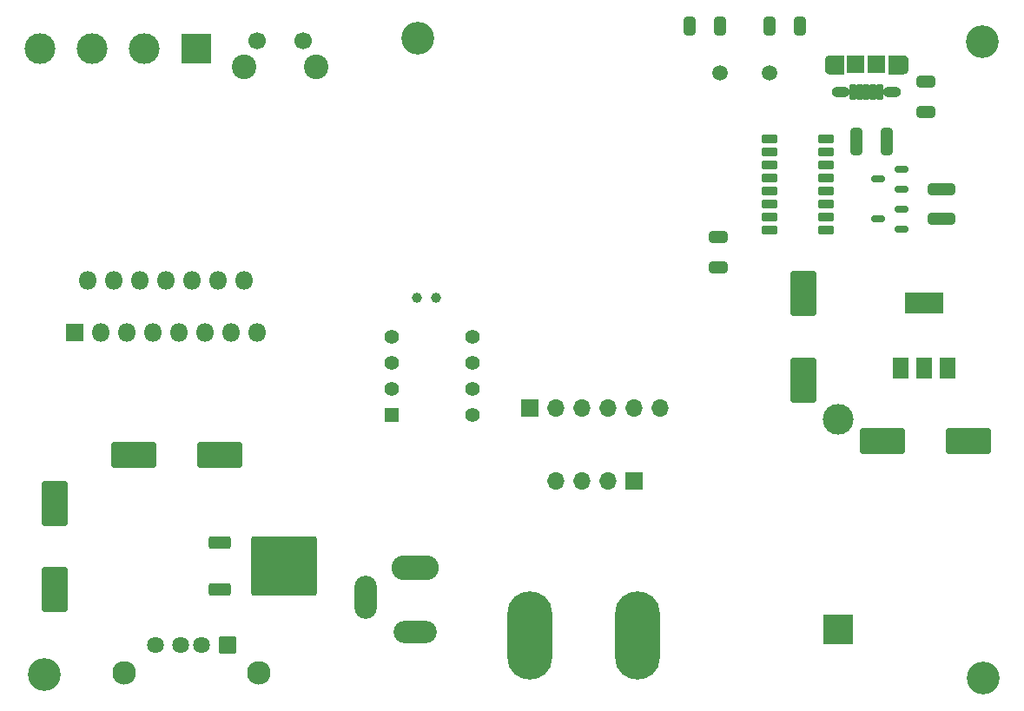
<source format=gbr>
%TF.GenerationSoftware,KiCad,Pcbnew,7.0.7*%
%TF.CreationDate,2023-11-07T23:05:13-03:00*%
%TF.ProjectId,robot seg,726f626f-7420-4736-9567-2e6b69636164,rev?*%
%TF.SameCoordinates,Original*%
%TF.FileFunction,Soldermask,Bot*%
%TF.FilePolarity,Negative*%
%FSLAX46Y46*%
G04 Gerber Fmt 4.6, Leading zero omitted, Abs format (unit mm)*
G04 Created by KiCad (PCBNEW 7.0.7) date 2023-11-07 23:05:13*
%MOMM*%
%LPD*%
G01*
G04 APERTURE LIST*
G04 Aperture macros list*
%AMRoundRect*
0 Rectangle with rounded corners*
0 $1 Rounding radius*
0 $2 $3 $4 $5 $6 $7 $8 $9 X,Y pos of 4 corners*
0 Add a 4 corners polygon primitive as box body*
4,1,4,$2,$3,$4,$5,$6,$7,$8,$9,$2,$3,0*
0 Add four circle primitives for the rounded corners*
1,1,$1+$1,$2,$3*
1,1,$1+$1,$4,$5*
1,1,$1+$1,$6,$7*
1,1,$1+$1,$8,$9*
0 Add four rect primitives between the rounded corners*
20,1,$1+$1,$2,$3,$4,$5,0*
20,1,$1+$1,$4,$5,$6,$7,0*
20,1,$1+$1,$6,$7,$8,$9,0*
20,1,$1+$1,$8,$9,$2,$3,0*%
G04 Aperture macros list end*
%ADD10C,0.010000*%
%ADD11R,1.700000X1.700000*%
%ADD12O,1.700000X1.700000*%
%ADD13R,3.000000X3.000000*%
%ADD14C,3.000000*%
%ADD15C,3.200000*%
%ADD16C,1.500000*%
%ADD17R,1.800000X1.800000*%
%ADD18O,1.800000X1.800000*%
%ADD19C,2.400000*%
%ADD20C,1.700000*%
%ADD21RoundRect,0.151600X-0.605400X-0.260400X0.605400X-0.260400X0.605400X0.260400X-0.605400X0.260400X0*%
%ADD22RoundRect,0.102000X-0.200000X-0.675000X0.200000X-0.675000X0.200000X0.675000X-0.200000X0.675000X0*%
%ADD23O,1.804000X1.004000*%
%ADD24O,0.954000X1.704000*%
%ADD25RoundRect,0.102000X-0.750000X-0.775000X0.750000X-0.775000X0.750000X0.775000X-0.750000X0.775000X0*%
%ADD26RoundRect,0.250000X1.950000X1.000000X-1.950000X1.000000X-1.950000X-1.000000X1.950000X-1.000000X0*%
%ADD27O,4.604000X2.404000*%
%ADD28O,4.204000X2.204000*%
%ADD29O,2.204000X4.204000*%
%ADD30RoundRect,0.250000X1.000000X-1.950000X1.000000X1.950000X-1.000000X1.950000X-1.000000X-1.950000X0*%
%ADD31RoundRect,0.250000X-0.650000X0.325000X-0.650000X-0.325000X0.650000X-0.325000X0.650000X0.325000X0*%
%ADD32RoundRect,0.150000X0.512500X0.150000X-0.512500X0.150000X-0.512500X-0.150000X0.512500X-0.150000X0*%
%ADD33RoundRect,0.250000X-0.850000X-0.350000X0.850000X-0.350000X0.850000X0.350000X-0.850000X0.350000X0*%
%ADD34RoundRect,0.249997X-2.950003X-2.650003X2.950003X-2.650003X2.950003X2.650003X-2.950003X2.650003X0*%
%ADD35RoundRect,0.102000X-0.605000X-0.605000X0.605000X-0.605000X0.605000X0.605000X-0.605000X0.605000X0*%
%ADD36C,1.414000*%
%ADD37R,1.500000X2.000000*%
%ADD38R,3.800000X2.000000*%
%ADD39RoundRect,0.250000X-0.325000X-0.650000X0.325000X-0.650000X0.325000X0.650000X-0.325000X0.650000X0*%
%ADD40C,2.300000*%
%ADD41RoundRect,0.102000X0.714000X0.714000X-0.714000X0.714000X-0.714000X-0.714000X0.714000X-0.714000X0*%
%ADD42C,1.632000*%
%ADD43RoundRect,0.250000X0.325000X0.650000X-0.325000X0.650000X-0.325000X-0.650000X0.325000X-0.650000X0*%
%ADD44RoundRect,0.250000X-1.000000X1.950000X-1.000000X-1.950000X1.000000X-1.950000X1.000000X1.950000X0*%
%ADD45RoundRect,0.250000X-1.075000X0.312500X-1.075000X-0.312500X1.075000X-0.312500X1.075000X0.312500X0*%
%ADD46O,4.404000X8.604000*%
%ADD47C,1.000000*%
%ADD48RoundRect,0.250000X0.312500X1.075000X-0.312500X1.075000X-0.312500X-1.075000X0.312500X-1.075000X0*%
G04 APERTURE END LIST*
%TO.C,J1*%
D10*
X189660800Y-62132200D02*
X188315800Y-62132200D01*
X188289800Y-62131200D01*
X188263800Y-62129200D01*
X188237800Y-62126200D01*
X188211800Y-62121200D01*
X188186800Y-62115200D01*
X188160800Y-62108200D01*
X188136800Y-62099200D01*
X188112800Y-62089200D01*
X188088800Y-62078200D01*
X188065800Y-62065200D01*
X188043800Y-62051200D01*
X188021800Y-62037200D01*
X188000800Y-62021200D01*
X187980800Y-62004200D01*
X187961800Y-61986200D01*
X187943800Y-61967200D01*
X187926800Y-61947200D01*
X187910800Y-61926200D01*
X187896800Y-61904200D01*
X187882800Y-61882200D01*
X187869800Y-61859200D01*
X187858800Y-61835200D01*
X187848800Y-61811200D01*
X187839800Y-61787200D01*
X187832800Y-61761200D01*
X187826800Y-61736200D01*
X187821800Y-61710200D01*
X187818800Y-61684200D01*
X187816800Y-61658200D01*
X187815800Y-61632200D01*
X187815800Y-60882200D01*
X187816800Y-60856200D01*
X187818800Y-60830200D01*
X187821800Y-60804200D01*
X187826800Y-60778200D01*
X187832800Y-60753200D01*
X187839800Y-60727200D01*
X187848800Y-60703200D01*
X187858800Y-60679200D01*
X187869800Y-60655200D01*
X187882800Y-60632200D01*
X187896800Y-60610200D01*
X187910800Y-60588200D01*
X187926800Y-60567200D01*
X187943800Y-60547200D01*
X187961800Y-60528200D01*
X187980800Y-60510200D01*
X188000800Y-60493200D01*
X188021800Y-60477200D01*
X188043800Y-60463200D01*
X188065800Y-60449200D01*
X188088800Y-60436200D01*
X188112800Y-60425200D01*
X188136800Y-60415200D01*
X188160800Y-60406200D01*
X188186800Y-60399200D01*
X188211800Y-60393200D01*
X188237800Y-60388200D01*
X188263800Y-60385200D01*
X188289800Y-60383200D01*
X188315800Y-60382200D01*
X189660800Y-60382200D01*
X189660800Y-62132200D01*
G36*
X189660800Y-62132200D02*
G01*
X188315800Y-62132200D01*
X188289800Y-62131200D01*
X188263800Y-62129200D01*
X188237800Y-62126200D01*
X188211800Y-62121200D01*
X188186800Y-62115200D01*
X188160800Y-62108200D01*
X188136800Y-62099200D01*
X188112800Y-62089200D01*
X188088800Y-62078200D01*
X188065800Y-62065200D01*
X188043800Y-62051200D01*
X188021800Y-62037200D01*
X188000800Y-62021200D01*
X187980800Y-62004200D01*
X187961800Y-61986200D01*
X187943800Y-61967200D01*
X187926800Y-61947200D01*
X187910800Y-61926200D01*
X187896800Y-61904200D01*
X187882800Y-61882200D01*
X187869800Y-61859200D01*
X187858800Y-61835200D01*
X187848800Y-61811200D01*
X187839800Y-61787200D01*
X187832800Y-61761200D01*
X187826800Y-61736200D01*
X187821800Y-61710200D01*
X187818800Y-61684200D01*
X187816800Y-61658200D01*
X187815800Y-61632200D01*
X187815800Y-60882200D01*
X187816800Y-60856200D01*
X187818800Y-60830200D01*
X187821800Y-60804200D01*
X187826800Y-60778200D01*
X187832800Y-60753200D01*
X187839800Y-60727200D01*
X187848800Y-60703200D01*
X187858800Y-60679200D01*
X187869800Y-60655200D01*
X187882800Y-60632200D01*
X187896800Y-60610200D01*
X187910800Y-60588200D01*
X187926800Y-60567200D01*
X187943800Y-60547200D01*
X187961800Y-60528200D01*
X187980800Y-60510200D01*
X188000800Y-60493200D01*
X188021800Y-60477200D01*
X188043800Y-60463200D01*
X188065800Y-60449200D01*
X188088800Y-60436200D01*
X188112800Y-60425200D01*
X188136800Y-60415200D01*
X188160800Y-60406200D01*
X188186800Y-60399200D01*
X188211800Y-60393200D01*
X188237800Y-60388200D01*
X188263800Y-60385200D01*
X188289800Y-60383200D01*
X188315800Y-60382200D01*
X189660800Y-60382200D01*
X189660800Y-62132200D01*
G37*
X195431800Y-60383200D02*
X195457800Y-60385200D01*
X195483800Y-60388200D01*
X195509800Y-60393200D01*
X195534800Y-60399200D01*
X195560800Y-60406200D01*
X195584800Y-60415200D01*
X195608800Y-60425200D01*
X195632800Y-60436200D01*
X195655800Y-60449200D01*
X195677800Y-60463200D01*
X195699800Y-60477200D01*
X195720800Y-60493200D01*
X195740800Y-60510200D01*
X195759800Y-60528200D01*
X195777800Y-60547200D01*
X195794800Y-60567200D01*
X195810800Y-60588200D01*
X195824800Y-60610200D01*
X195838800Y-60632200D01*
X195851800Y-60655200D01*
X195862800Y-60679200D01*
X195872800Y-60703200D01*
X195881800Y-60727200D01*
X195888800Y-60753200D01*
X195894800Y-60778200D01*
X195899800Y-60804200D01*
X195902800Y-60830200D01*
X195904800Y-60856200D01*
X195905800Y-60882200D01*
X195905800Y-61632200D01*
X195904800Y-61658200D01*
X195902800Y-61684200D01*
X195899800Y-61710200D01*
X195894800Y-61736200D01*
X195888800Y-61761200D01*
X195881800Y-61787200D01*
X195872800Y-61811200D01*
X195862800Y-61835200D01*
X195851800Y-61859200D01*
X195838800Y-61882200D01*
X195824800Y-61904200D01*
X195810800Y-61926200D01*
X195794800Y-61947200D01*
X195777800Y-61967200D01*
X195759800Y-61986200D01*
X195740800Y-62004200D01*
X195720800Y-62021200D01*
X195699800Y-62037200D01*
X195677800Y-62051200D01*
X195655800Y-62065200D01*
X195632800Y-62078200D01*
X195608800Y-62089200D01*
X195584800Y-62099200D01*
X195560800Y-62108200D01*
X195534800Y-62115200D01*
X195509800Y-62121200D01*
X195483800Y-62126200D01*
X195457800Y-62129200D01*
X195431800Y-62131200D01*
X195405800Y-62132200D01*
X194060800Y-62132200D01*
X194060800Y-60382200D01*
X195405800Y-60382200D01*
X195431800Y-60383200D01*
G36*
X195431800Y-60383200D02*
G01*
X195457800Y-60385200D01*
X195483800Y-60388200D01*
X195509800Y-60393200D01*
X195534800Y-60399200D01*
X195560800Y-60406200D01*
X195584800Y-60415200D01*
X195608800Y-60425200D01*
X195632800Y-60436200D01*
X195655800Y-60449200D01*
X195677800Y-60463200D01*
X195699800Y-60477200D01*
X195720800Y-60493200D01*
X195740800Y-60510200D01*
X195759800Y-60528200D01*
X195777800Y-60547200D01*
X195794800Y-60567200D01*
X195810800Y-60588200D01*
X195824800Y-60610200D01*
X195838800Y-60632200D01*
X195851800Y-60655200D01*
X195862800Y-60679200D01*
X195872800Y-60703200D01*
X195881800Y-60727200D01*
X195888800Y-60753200D01*
X195894800Y-60778200D01*
X195899800Y-60804200D01*
X195902800Y-60830200D01*
X195904800Y-60856200D01*
X195905800Y-60882200D01*
X195905800Y-61632200D01*
X195904800Y-61658200D01*
X195902800Y-61684200D01*
X195899800Y-61710200D01*
X195894800Y-61736200D01*
X195888800Y-61761200D01*
X195881800Y-61787200D01*
X195872800Y-61811200D01*
X195862800Y-61835200D01*
X195851800Y-61859200D01*
X195838800Y-61882200D01*
X195824800Y-61904200D01*
X195810800Y-61926200D01*
X195794800Y-61947200D01*
X195777800Y-61967200D01*
X195759800Y-61986200D01*
X195740800Y-62004200D01*
X195720800Y-62021200D01*
X195699800Y-62037200D01*
X195677800Y-62051200D01*
X195655800Y-62065200D01*
X195632800Y-62078200D01*
X195608800Y-62089200D01*
X195584800Y-62099200D01*
X195560800Y-62108200D01*
X195534800Y-62115200D01*
X195509800Y-62121200D01*
X195483800Y-62126200D01*
X195457800Y-62129200D01*
X195431800Y-62131200D01*
X195405800Y-62132200D01*
X194060800Y-62132200D01*
X194060800Y-60382200D01*
X195405800Y-60382200D01*
X195431800Y-60383200D01*
G37*
%TD*%
D11*
%TO.C,J4*%
X159080200Y-94742000D03*
D12*
X161620200Y-94742000D03*
X164160200Y-94742000D03*
X166700200Y-94742000D03*
X169240200Y-94742000D03*
X171780200Y-94742000D03*
%TD*%
D13*
%TO.C,BT1*%
X189128400Y-116318001D03*
D14*
X189128400Y-95828001D03*
%TD*%
D15*
%TO.C,H3*%
X203200000Y-59029600D03*
%TD*%
%TO.C,H4*%
X203301600Y-121056400D03*
%TD*%
D16*
%TO.C,Y1*%
X177593600Y-62052200D03*
X182473600Y-62052200D03*
%TD*%
D15*
%TO.C,H1*%
X148158200Y-58699400D03*
%TD*%
D17*
%TO.C,U3*%
X114706400Y-87401400D03*
D18*
X115976400Y-82321400D03*
X117246400Y-87401400D03*
X118516400Y-82321400D03*
X119786400Y-87401400D03*
X121056400Y-82321400D03*
X122326400Y-87401400D03*
X123596400Y-82321400D03*
X124866400Y-87401400D03*
X126136400Y-82321400D03*
X127406400Y-87401400D03*
X128676400Y-82321400D03*
X129946400Y-87401400D03*
X131216400Y-82321400D03*
X132486400Y-87401400D03*
%TD*%
D19*
%TO.C,SWJ1*%
X131221599Y-61487000D03*
X138221599Y-61487000D03*
D20*
X132471599Y-58987000D03*
X136971599Y-58987000D03*
%TD*%
D13*
%TO.C,J2*%
X126542800Y-59740800D03*
D14*
X121462800Y-59740800D03*
X116382800Y-59740800D03*
X111302800Y-59740800D03*
%TD*%
D11*
%TO.C,J5*%
X169189400Y-101904800D03*
D12*
X166649400Y-101904800D03*
X164109400Y-101904800D03*
X161569400Y-101904800D03*
%TD*%
D15*
%TO.C,H2*%
X111709200Y-120777000D03*
%TD*%
D21*
%TO.C,U2*%
X182466800Y-77393800D03*
X182466800Y-76123800D03*
X182466800Y-74853800D03*
X182466800Y-73583800D03*
X182466800Y-72313800D03*
X182466800Y-71043800D03*
X182466800Y-69773800D03*
X182466800Y-68503800D03*
X187966800Y-68503800D03*
X187966800Y-69773800D03*
X187966800Y-71043800D03*
X187966800Y-72313800D03*
X187966800Y-73583800D03*
X187966800Y-74853800D03*
X187966800Y-76123800D03*
X187966800Y-77393800D03*
%TD*%
D22*
%TO.C,J1*%
X190560800Y-63932200D03*
X191210800Y-63932200D03*
X191860800Y-63932200D03*
X192510800Y-63932200D03*
X193160800Y-63932200D03*
D23*
X189360800Y-63957200D03*
X194360800Y-63957200D03*
D24*
X188335800Y-61257200D03*
D25*
X190860800Y-61257200D03*
X192860800Y-61257200D03*
D24*
X195385800Y-61257200D03*
%TD*%
D26*
%TO.C,C9*%
X201812400Y-98007200D03*
X193412400Y-98007200D03*
%TD*%
D27*
%TO.C,J3*%
X147853400Y-110337600D03*
D28*
X147853400Y-116637600D03*
D29*
X143053400Y-113237600D03*
%TD*%
D30*
%TO.C,C7*%
X112772300Y-112489200D03*
X112772300Y-104089200D03*
%TD*%
D31*
%TO.C,C4*%
X197713600Y-62914000D03*
X197713600Y-65864000D03*
%TD*%
D32*
%TO.C,Q1*%
X195320500Y-75377000D03*
X195320500Y-77277000D03*
X193045500Y-76327000D03*
%TD*%
D26*
%TO.C,C8*%
X128834100Y-99339400D03*
X120434100Y-99339400D03*
%TD*%
D33*
%TO.C,U5*%
X128841500Y-112484600D03*
D34*
X135141500Y-110204600D03*
D33*
X128841500Y-107924600D03*
%TD*%
D35*
%TO.C,U4*%
X145585200Y-95478600D03*
D36*
X145585200Y-92938600D03*
X145585200Y-90398600D03*
X145585200Y-87858600D03*
X153525200Y-87858600D03*
X153525200Y-90398600D03*
X153525200Y-92938600D03*
X153525200Y-95478600D03*
%TD*%
D31*
%TO.C,C3*%
X177444400Y-78103200D03*
X177444400Y-81053200D03*
%TD*%
D37*
%TO.C,U6*%
X199810400Y-90856200D03*
X197510400Y-90856200D03*
D38*
X197510400Y-84556200D03*
D37*
X195210400Y-90856200D03*
%TD*%
D32*
%TO.C,Q2*%
X195295100Y-71490800D03*
X195295100Y-73390800D03*
X193020100Y-72440800D03*
%TD*%
D39*
%TO.C,C2*%
X182471800Y-57531000D03*
X185421800Y-57531000D03*
%TD*%
D40*
%TO.C,P1*%
X132646200Y-120566000D03*
X119506200Y-120566000D03*
D41*
X129576200Y-117856000D03*
D42*
X127076200Y-117856000D03*
X125076200Y-117856000D03*
X122576200Y-117856000D03*
%TD*%
D43*
%TO.C,C1*%
X177598600Y-57531000D03*
X174648600Y-57531000D03*
%TD*%
D44*
%TO.C,C10*%
X185724800Y-83623700D03*
X185724800Y-92023700D03*
%TD*%
D45*
%TO.C,R2*%
X199212200Y-73391300D03*
X199212200Y-76316300D03*
%TD*%
D46*
%TO.C,S1*%
X159054300Y-116967000D03*
X169554300Y-116967000D03*
%TD*%
D47*
%TO.C,Y2*%
X148031200Y-84023200D03*
X149931200Y-84023200D03*
%TD*%
D48*
%TO.C,R1*%
X193842100Y-68783200D03*
X190917100Y-68783200D03*
%TD*%
M02*

</source>
